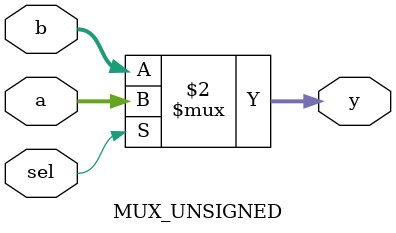
<source format=v>
module Complex3R3WCMem(
    input clock,
    input reset,
    input [3:0] io_rdAddr,
    output [7:0] io_rdData,
    input [3:0] io_rdAddr2,
    output [7:0] io_rdData2,
    input [3:0] io_rdAddr3,
    output [7:0] io_rdData3,
    input io_wrEna,
    input [7:0] io_wrData,
    input [3:0] io_wrAddr,
    input io_wrEna2,
    input [7:0] io_wrData2,
    input [3:0] io_wrAddr2,
    input io_wrEna3,
    input [7:0] io_wrData3,
    input [3:0] io_wrAddr3
);
    wire [7:0] mem__T_37_data;
    wire mem__T_37_clk;
    wire mem__T_37_en;
    wire [3:0] mem__T_37_addr;
    wire [7:0] mem__T_38_data;
    wire mem__T_38_clk;
    wire mem__T_38_en;
    wire [3:0] mem__T_38_addr;
    wire [7:0] mem__T_39_data;
    wire mem__T_39_clk;
    wire mem__T_39_en;
    wire [3:0] mem__T_39_addr;
    wire mem__T_40_clk;
    wire mem__T_40_en;
    wire mem__T_40_mask;
    wire [3:0] mem__T_40_addr;
    wire [7:0] mem__T_40_data;
    wire mem__T_41_clk;
    wire mem__T_41_en;
    wire mem__T_41_mask;
    wire [3:0] mem__T_41_addr;
    wire [7:0] mem__T_41_data;
    wire mem__T_42_clk;
    wire mem__T_42_en;
    wire mem__T_42_mask;
    wire [3:0] mem__T_42_addr;
    wire [7:0] mem__T_42_data;
    wire [23:0] mem_read_datas;
    wire [2:0] mem_read_clks;
    wire [2:0] mem_read_ens;
    wire [11:0] mem_read_addrs;
    wire [2:0] mem_write_clks;
    wire [2:0] mem_write_ens;
    wire [2:0] mem_write_masks;
    wire [11:0] mem_write_addrs;
    wire [23:0] mem_write_datas;
    BITS #(.width(24), .high(7), .low(0)) bits_1 (
        .y(mem__T_37_data),
        .in(mem_read_datas)
    );
    BITS #(.width(24), .high(15), .low(8)) bits_2 (
        .y(mem__T_38_data),
        .in(mem_read_datas)
    );
    BITS #(.width(24), .high(23), .low(16)) bits_3 (
        .y(mem__T_39_data),
        .in(mem_read_datas)
    );
    wire [1:0] _WTEMP_0;
    CAT #(.width_a(1), .width_b(1)) cat_4 (
        .y(_WTEMP_0),
        .a(mem__T_39_clk),
        .b(mem__T_38_clk)
    );
    CAT #(.width_a(2), .width_b(1)) cat_5 (
        .y(mem_read_clks),
        .a(_WTEMP_0),
        .b(mem__T_37_clk)
    );
    wire [1:0] _WTEMP_1;
    CAT #(.width_a(1), .width_b(1)) cat_6 (
        .y(_WTEMP_1),
        .a(mem__T_39_en),
        .b(mem__T_38_en)
    );
    CAT #(.width_a(2), .width_b(1)) cat_7 (
        .y(mem_read_ens),
        .a(_WTEMP_1),
        .b(mem__T_37_en)
    );
    wire [7:0] _WTEMP_2;
    CAT #(.width_a(4), .width_b(4)) cat_8 (
        .y(_WTEMP_2),
        .a(mem__T_39_addr),
        .b(mem__T_38_addr)
    );
    CAT #(.width_a(8), .width_b(4)) cat_9 (
        .y(mem_read_addrs),
        .a(_WTEMP_2),
        .b(mem__T_37_addr)
    );
    wire [15:0] _WTEMP_3;
    CAT #(.width_a(8), .width_b(8)) cat_10 (
        .y(_WTEMP_3),
        .a(mem__T_42_data),
        .b(mem__T_41_data)
    );
    CAT #(.width_a(16), .width_b(8)) cat_11 (
        .y(mem_write_datas),
        .a(_WTEMP_3),
        .b(mem__T_40_data)
    );
    wire [1:0] _WTEMP_4;
    CAT #(.width_a(1), .width_b(1)) cat_12 (
        .y(_WTEMP_4),
        .a(mem__T_42_clk),
        .b(mem__T_41_clk)
    );
    CAT #(.width_a(2), .width_b(1)) cat_13 (
        .y(mem_write_clks),
        .a(_WTEMP_4),
        .b(mem__T_40_clk)
    );
    wire [1:0] _WTEMP_5;
    CAT #(.width_a(1), .width_b(1)) cat_14 (
        .y(_WTEMP_5),
        .a(mem__T_42_en),
        .b(mem__T_41_en)
    );
    CAT #(.width_a(2), .width_b(1)) cat_15 (
        .y(mem_write_ens),
        .a(_WTEMP_5),
        .b(mem__T_40_en)
    );
    wire [7:0] _WTEMP_6;
    CAT #(.width_a(4), .width_b(4)) cat_16 (
        .y(_WTEMP_6),
        .a(mem__T_42_addr),
        .b(mem__T_41_addr)
    );
    CAT #(.width_a(8), .width_b(4)) cat_17 (
        .y(mem_write_addrs),
        .a(_WTEMP_6),
        .b(mem__T_40_addr)
    );
    wire [1:0] _WTEMP_7;
    CAT #(.width_a(1), .width_b(1)) cat_18 (
        .y(_WTEMP_7),
        .a(mem__T_42_mask),
        .b(mem__T_41_mask)
    );
    CAT #(.width_a(2), .width_b(1)) cat_19 (
        .y(mem_write_masks),
        .a(_WTEMP_7),
        .b(mem__T_40_mask)
    );
    MRMWMEM #(.depth(16), .addrbits(4), .width(8), .readernum(3), .writernum(3), .isSyncRead(0)) mem (
        .read_datas(mem_read_datas),
        .read_clks(mem_read_clks),
        .read_ens(mem_read_ens),
        .read_addrs(mem_read_addrs),
        .write_clks(mem_write_clks),
        .write_ens(mem_write_ens),
        .write_masks(mem_write_masks),
        .write_addrs(mem_write_addrs),
        .write_datas(mem_write_datas)
    );
    wire [3:0] _GEN_0;
    assign _GEN_0 = io_wrAddr;
    wire _GEN_1;
    assign _GEN_1 = clock;
    wire _GEN_2;
    MUX_UNSIGNED #(.width(1)) u_mux_20 (
        .y(_GEN_2),
        .sel(io_wrEna),
        .a(1'h1),
        .b(1'h0)
    );
    wire _GEN_3;
    assign _GEN_3 = 1'h1;
    wire [7:0] _GEN_4;
    assign _GEN_4 = io_wrData;
    wire [3:0] _GEN_5;
    assign _GEN_5 = io_wrAddr2;
    wire _GEN_6;
    assign _GEN_6 = clock;
    wire _GEN_7;
    MUX_UNSIGNED #(.width(1)) u_mux_21 (
        .y(_GEN_7),
        .sel(io_wrEna2),
        .a(1'h1),
        .b(1'h0)
    );
    wire _GEN_8;
    assign _GEN_8 = 1'h1;
    wire [7:0] _GEN_9;
    assign _GEN_9 = io_wrData2;
    wire [3:0] _GEN_10;
    assign _GEN_10 = io_wrAddr3;
    wire _GEN_11;
    assign _GEN_11 = clock;
    wire _GEN_12;
    MUX_UNSIGNED #(.width(1)) u_mux_22 (
        .y(_GEN_12),
        .sel(io_wrEna3),
        .a(1'h1),
        .b(1'h0)
    );
    wire _GEN_13;
    assign _GEN_13 = 1'h1;
    wire [7:0] _GEN_14;
    assign _GEN_14 = io_wrData3;
    assign io_rdData = mem__T_37_data;
    assign io_rdData2 = mem__T_38_data;
    assign io_rdData3 = mem__T_39_data;
    assign mem__T_37_addr = io_rdAddr;
    assign mem__T_37_clk = clock;
    assign mem__T_37_en = 1'h1;
    assign mem__T_38_addr = io_rdAddr2;
    assign mem__T_38_clk = clock;
    assign mem__T_38_en = 1'h1;
    assign mem__T_39_addr = io_rdAddr3;
    assign mem__T_39_clk = clock;
    assign mem__T_39_en = 1'h1;
    assign mem__T_40_addr = _GEN_0;
    assign mem__T_40_clk = _GEN_1;
    assign mem__T_40_data = _GEN_4;
    assign mem__T_40_en = _GEN_2;
    assign mem__T_40_mask = _GEN_3;
    assign mem__T_41_addr = _GEN_5;
    assign mem__T_41_clk = _GEN_6;
    assign mem__T_41_data = _GEN_9;
    assign mem__T_41_en = _GEN_7;
    assign mem__T_41_mask = _GEN_8;
    assign mem__T_42_addr = _GEN_10;
    assign mem__T_42_clk = _GEN_11;
    assign mem__T_42_data = _GEN_14;
    assign mem__T_42_en = _GEN_12;
    assign mem__T_42_mask = _GEN_13;
endmodule //Complex3R3WCMem
module BITS(y, in);
    parameter width = 4;
    parameter high = 2;
    parameter low = 0;
    output [high-low:0] y;
    input [width-1:0] in;
    assign y = in[high:low];
endmodule // BITS
module CAT(y, a, b);
    parameter width_a = 4;
    parameter width_b = 4;
    output [width_a+width_b-1:0] y;
    input [width_a-1:0] a;
    input [width_b-1:0] b;
    assign y = {a, b};
endmodule // CAT
module MRMWMEM(read_datas, read_clks, read_ens, read_addrs, write_clks, write_ens, write_masks, write_addrs, write_datas);
    parameter depth = 16;
    parameter addrbits = 4;
    parameter width = 32;
    parameter readernum = 2;
    parameter writernum = 2;
    parameter isSyncRead = 0;
    output [(width*readernum-1):0] read_datas;
    input [(1*readernum-1):0] read_clks;
    input [(1*readernum-1):0] read_ens;
    input [(addrbits*readernum-1):0] read_addrs;
    input [1*writernum-1:0] write_clks;
    input [1*writernum-1:0] write_ens;
    input [1*writernum-1:0] write_masks;
    input [(addrbits*writernum-1):0] write_addrs;
    input [(width*writernum-1):0] write_datas;
    reg [width-1:0] memcore [0:depth-1];
    wire [(addrbits*readernum-1):0] final_read_addrs;
    genvar gv_n;
    generate
        for (gv_n = 0; gv_n < readernum; gv_n = gv_n + 1) begin: get_final_raddrs
            if (isSyncRead) begin: raddr_processor
                reg [addrbits-1:0] read_addr_pipe_0;
                always @(posedge read_clks[gv_n]) begin
                    if (read_ens[gv_n]) begin
                        read_addr_pipe_0 <= read_addrs[gv_n*addrbits +: addrbits];
                    end
                end
                assign final_read_addrs[gv_n*addrbits +: addrbits] = read_addr_pipe_0;
            end else begin: raddr_processor
                assign final_read_addrs[gv_n*addrbits +: addrbits] = read_addrs[gv_n*addrbits +: addrbits];
            end
        end
    endgenerate
    genvar gv_k;
    generate
        for (gv_k = 0; gv_k < readernum; gv_k = gv_k + 1) begin: form_read_datas
            assign read_datas[gv_k*width +: width] = memcore[final_read_addrs[gv_k*addrbits +: addrbits]];
        end
    endgenerate
    integer i;
    always @(posedge write_clks[0]) begin
        for (i = 0; i < writernum; i = i + 1) begin
            if (write_ens[i] & write_masks[i]) begin
                memcore[write_addrs[i*addrbits +: addrbits]] <= write_datas[i*width +: width];
            end
        end
    end
endmodule // MRMWMEM
module MUX_UNSIGNED(y, sel, a, b);
    parameter width = 4;
    output [width-1:0] y;
    input sel;
    input [width-1:0] a;
    input [width-1:0] b;
    assign y = sel ? a : b;
endmodule // MUX_UNSIGNED

</source>
